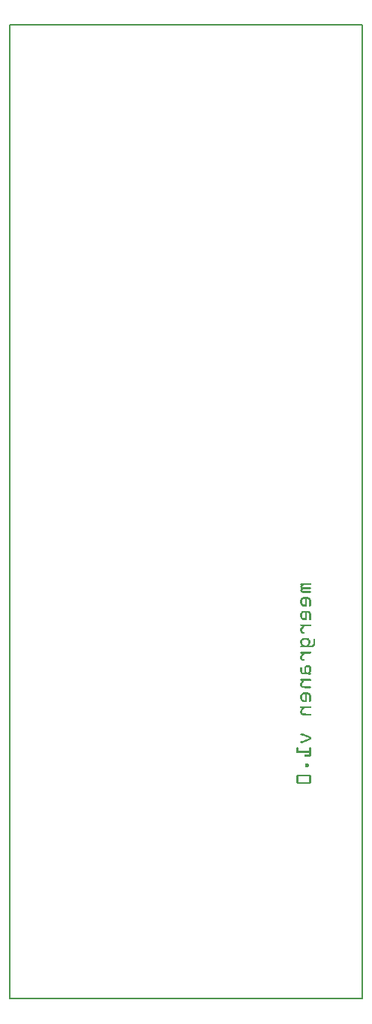
<source format=gbo>
G04 MADE WITH FRITZING*
G04 WWW.FRITZING.ORG*
G04 DOUBLE SIDED*
G04 HOLES PLATED*
G04 CONTOUR ON CENTER OF CONTOUR VECTOR*
%ASAXBY*%
%FSLAX23Y23*%
%MOIN*%
%OFA0B0*%
%SFA1.0B1.0*%
%ADD10R,1.574800X4.330720X1.558800X4.314720*%
%ADD11C,0.008000*%
%ADD12R,0.001000X0.001000*%
%LNSILK0*%
G90*
G70*
G54D11*
X4Y4327D02*
X1571Y4327D01*
X1571Y4D01*
X4Y4D01*
X4Y4327D01*
D02*
G54D12*
X1298Y1848D02*
X1340Y1848D01*
X1297Y1847D02*
X1342Y1847D01*
X1296Y1846D02*
X1342Y1846D01*
X1296Y1845D02*
X1343Y1845D01*
X1296Y1844D02*
X1343Y1844D01*
X1296Y1843D02*
X1342Y1843D01*
X1297Y1842D02*
X1342Y1842D01*
X1298Y1841D02*
X1341Y1841D01*
X1299Y1840D02*
X1309Y1840D01*
X1298Y1839D02*
X1308Y1839D01*
X1297Y1838D02*
X1307Y1838D01*
X1297Y1837D02*
X1306Y1837D01*
X1296Y1836D02*
X1305Y1836D01*
X1296Y1835D02*
X1304Y1835D01*
X1296Y1834D02*
X1304Y1834D01*
X1296Y1833D02*
X1304Y1833D01*
X1296Y1832D02*
X1304Y1832D01*
X1296Y1831D02*
X1340Y1831D01*
X1297Y1830D02*
X1341Y1830D01*
X1297Y1829D02*
X1342Y1829D01*
X1297Y1828D02*
X1342Y1828D01*
X1298Y1827D02*
X1343Y1827D01*
X1299Y1826D02*
X1342Y1826D01*
X1300Y1825D02*
X1342Y1825D01*
X1299Y1824D02*
X1341Y1824D01*
X1298Y1823D02*
X1339Y1823D01*
X1298Y1822D02*
X1308Y1822D01*
X1297Y1821D02*
X1307Y1821D01*
X1297Y1820D02*
X1306Y1820D01*
X1297Y1819D02*
X1305Y1819D01*
X1296Y1818D02*
X1304Y1818D01*
X1296Y1817D02*
X1304Y1817D01*
X1296Y1816D02*
X1304Y1816D01*
X1296Y1815D02*
X1314Y1815D01*
X1297Y1814D02*
X1339Y1814D01*
X1297Y1813D02*
X1341Y1813D01*
X1298Y1812D02*
X1342Y1812D01*
X1298Y1811D02*
X1342Y1811D01*
X1299Y1810D02*
X1343Y1810D01*
X1300Y1809D02*
X1342Y1809D01*
X1302Y1808D02*
X1342Y1808D01*
X1305Y1807D02*
X1341Y1807D01*
X1330Y1806D02*
X1340Y1806D01*
X1308Y1787D02*
X1331Y1787D01*
X1306Y1786D02*
X1333Y1786D01*
X1304Y1785D02*
X1335Y1785D01*
X1303Y1784D02*
X1336Y1784D01*
X1302Y1783D02*
X1337Y1783D01*
X1301Y1782D02*
X1338Y1782D01*
X1300Y1781D02*
X1339Y1781D01*
X1299Y1780D02*
X1340Y1780D01*
X1298Y1779D02*
X1340Y1779D01*
X1298Y1778D02*
X1308Y1778D01*
X1317Y1778D02*
X1325Y1778D01*
X1331Y1778D02*
X1341Y1778D01*
X1297Y1777D02*
X1307Y1777D01*
X1317Y1777D02*
X1325Y1777D01*
X1332Y1777D02*
X1341Y1777D01*
X1297Y1776D02*
X1306Y1776D01*
X1317Y1776D02*
X1325Y1776D01*
X1333Y1776D02*
X1342Y1776D01*
X1296Y1775D02*
X1305Y1775D01*
X1317Y1775D02*
X1325Y1775D01*
X1334Y1775D02*
X1342Y1775D01*
X1296Y1774D02*
X1304Y1774D01*
X1317Y1774D02*
X1325Y1774D01*
X1334Y1774D02*
X1342Y1774D01*
X1296Y1773D02*
X1304Y1773D01*
X1317Y1773D02*
X1325Y1773D01*
X1335Y1773D02*
X1343Y1773D01*
X1296Y1772D02*
X1304Y1772D01*
X1317Y1772D02*
X1325Y1772D01*
X1335Y1772D02*
X1343Y1772D01*
X1296Y1771D02*
X1303Y1771D01*
X1317Y1771D02*
X1325Y1771D01*
X1335Y1771D02*
X1343Y1771D01*
X1296Y1770D02*
X1303Y1770D01*
X1317Y1770D02*
X1325Y1770D01*
X1335Y1770D02*
X1343Y1770D01*
X1296Y1769D02*
X1303Y1769D01*
X1317Y1769D02*
X1325Y1769D01*
X1335Y1769D02*
X1343Y1769D01*
X1296Y1768D02*
X1303Y1768D01*
X1317Y1768D02*
X1325Y1768D01*
X1335Y1768D02*
X1343Y1768D01*
X1296Y1767D02*
X1303Y1767D01*
X1317Y1767D02*
X1325Y1767D01*
X1335Y1767D02*
X1343Y1767D01*
X1296Y1766D02*
X1303Y1766D01*
X1317Y1766D02*
X1325Y1766D01*
X1335Y1766D02*
X1343Y1766D01*
X1296Y1765D02*
X1303Y1765D01*
X1317Y1765D02*
X1325Y1765D01*
X1335Y1765D02*
X1343Y1765D01*
X1296Y1764D02*
X1303Y1764D01*
X1317Y1764D02*
X1325Y1764D01*
X1335Y1764D02*
X1343Y1764D01*
X1296Y1763D02*
X1303Y1763D01*
X1317Y1763D02*
X1325Y1763D01*
X1335Y1763D02*
X1343Y1763D01*
X1296Y1762D02*
X1303Y1762D01*
X1317Y1762D02*
X1325Y1762D01*
X1335Y1762D02*
X1343Y1762D01*
X1296Y1761D02*
X1304Y1761D01*
X1317Y1761D02*
X1325Y1761D01*
X1335Y1761D02*
X1343Y1761D01*
X1296Y1760D02*
X1304Y1760D01*
X1317Y1760D02*
X1325Y1760D01*
X1335Y1760D02*
X1343Y1760D01*
X1296Y1759D02*
X1304Y1759D01*
X1317Y1759D02*
X1325Y1759D01*
X1335Y1759D02*
X1343Y1759D01*
X1296Y1758D02*
X1305Y1758D01*
X1317Y1758D02*
X1325Y1758D01*
X1335Y1758D02*
X1343Y1758D01*
X1297Y1757D02*
X1306Y1757D01*
X1317Y1757D02*
X1325Y1757D01*
X1335Y1757D02*
X1343Y1757D01*
X1297Y1756D02*
X1307Y1756D01*
X1317Y1756D02*
X1325Y1756D01*
X1335Y1756D02*
X1343Y1756D01*
X1298Y1755D02*
X1308Y1755D01*
X1317Y1755D02*
X1325Y1755D01*
X1335Y1755D02*
X1343Y1755D01*
X1298Y1754D02*
X1325Y1754D01*
X1335Y1754D02*
X1343Y1754D01*
X1299Y1753D02*
X1325Y1753D01*
X1335Y1753D02*
X1343Y1753D01*
X1300Y1752D02*
X1325Y1752D01*
X1335Y1752D02*
X1343Y1752D01*
X1301Y1751D02*
X1325Y1751D01*
X1335Y1751D02*
X1343Y1751D01*
X1302Y1750D02*
X1325Y1750D01*
X1335Y1750D02*
X1343Y1750D01*
X1303Y1749D02*
X1325Y1749D01*
X1335Y1749D02*
X1342Y1749D01*
X1304Y1748D02*
X1324Y1748D01*
X1336Y1748D02*
X1342Y1748D01*
X1306Y1747D02*
X1324Y1747D01*
X1336Y1747D02*
X1341Y1747D01*
X1308Y1746D02*
X1322Y1746D01*
X1338Y1746D02*
X1340Y1746D01*
X1307Y1726D02*
X1332Y1726D01*
X1305Y1725D02*
X1334Y1725D01*
X1303Y1724D02*
X1335Y1724D01*
X1302Y1723D02*
X1336Y1723D01*
X1301Y1722D02*
X1337Y1722D01*
X1300Y1721D02*
X1338Y1721D01*
X1300Y1720D02*
X1339Y1720D01*
X1299Y1719D02*
X1340Y1719D01*
X1298Y1718D02*
X1309Y1718D01*
X1317Y1718D02*
X1325Y1718D01*
X1330Y1718D02*
X1341Y1718D01*
X1297Y1717D02*
X1307Y1717D01*
X1317Y1717D02*
X1325Y1717D01*
X1331Y1717D02*
X1341Y1717D01*
X1297Y1716D02*
X1306Y1716D01*
X1317Y1716D02*
X1325Y1716D01*
X1332Y1716D02*
X1342Y1716D01*
X1297Y1715D02*
X1305Y1715D01*
X1317Y1715D02*
X1325Y1715D01*
X1333Y1715D02*
X1342Y1715D01*
X1296Y1714D02*
X1305Y1714D01*
X1317Y1714D02*
X1325Y1714D01*
X1334Y1714D02*
X1342Y1714D01*
X1296Y1713D02*
X1304Y1713D01*
X1317Y1713D02*
X1325Y1713D01*
X1335Y1713D02*
X1342Y1713D01*
X1296Y1712D02*
X1304Y1712D01*
X1317Y1712D02*
X1325Y1712D01*
X1335Y1712D02*
X1343Y1712D01*
X1296Y1711D02*
X1303Y1711D01*
X1317Y1711D02*
X1325Y1711D01*
X1335Y1711D02*
X1343Y1711D01*
X1296Y1710D02*
X1303Y1710D01*
X1317Y1710D02*
X1325Y1710D01*
X1335Y1710D02*
X1343Y1710D01*
X1296Y1709D02*
X1303Y1709D01*
X1317Y1709D02*
X1325Y1709D01*
X1335Y1709D02*
X1343Y1709D01*
X1296Y1708D02*
X1303Y1708D01*
X1317Y1708D02*
X1325Y1708D01*
X1335Y1708D02*
X1343Y1708D01*
X1296Y1707D02*
X1303Y1707D01*
X1317Y1707D02*
X1325Y1707D01*
X1335Y1707D02*
X1343Y1707D01*
X1296Y1706D02*
X1303Y1706D01*
X1317Y1706D02*
X1325Y1706D01*
X1335Y1706D02*
X1343Y1706D01*
X1296Y1705D02*
X1303Y1705D01*
X1317Y1705D02*
X1325Y1705D01*
X1335Y1705D02*
X1343Y1705D01*
X1296Y1704D02*
X1303Y1704D01*
X1317Y1704D02*
X1325Y1704D01*
X1335Y1704D02*
X1343Y1704D01*
X1296Y1703D02*
X1303Y1703D01*
X1317Y1703D02*
X1325Y1703D01*
X1335Y1703D02*
X1343Y1703D01*
X1296Y1702D02*
X1303Y1702D01*
X1317Y1702D02*
X1325Y1702D01*
X1335Y1702D02*
X1343Y1702D01*
X1296Y1701D02*
X1303Y1701D01*
X1317Y1701D02*
X1325Y1701D01*
X1335Y1701D02*
X1343Y1701D01*
X1296Y1700D02*
X1304Y1700D01*
X1317Y1700D02*
X1325Y1700D01*
X1335Y1700D02*
X1343Y1700D01*
X1296Y1699D02*
X1304Y1699D01*
X1317Y1699D02*
X1325Y1699D01*
X1335Y1699D02*
X1343Y1699D01*
X1296Y1698D02*
X1304Y1698D01*
X1317Y1698D02*
X1325Y1698D01*
X1335Y1698D02*
X1343Y1698D01*
X1297Y1697D02*
X1305Y1697D01*
X1317Y1697D02*
X1325Y1697D01*
X1335Y1697D02*
X1343Y1697D01*
X1297Y1696D02*
X1306Y1696D01*
X1317Y1696D02*
X1325Y1696D01*
X1335Y1696D02*
X1343Y1696D01*
X1297Y1695D02*
X1307Y1695D01*
X1317Y1695D02*
X1325Y1695D01*
X1335Y1695D02*
X1343Y1695D01*
X1298Y1694D02*
X1308Y1694D01*
X1317Y1694D02*
X1325Y1694D01*
X1335Y1694D02*
X1343Y1694D01*
X1299Y1693D02*
X1325Y1693D01*
X1335Y1693D02*
X1343Y1693D01*
X1299Y1692D02*
X1325Y1692D01*
X1335Y1692D02*
X1343Y1692D01*
X1300Y1691D02*
X1325Y1691D01*
X1335Y1691D02*
X1343Y1691D01*
X1301Y1690D02*
X1325Y1690D01*
X1335Y1690D02*
X1343Y1690D01*
X1302Y1689D02*
X1325Y1689D01*
X1335Y1689D02*
X1343Y1689D01*
X1303Y1688D02*
X1325Y1688D01*
X1335Y1688D02*
X1342Y1688D01*
X1305Y1687D02*
X1324Y1687D01*
X1336Y1687D02*
X1342Y1687D01*
X1306Y1686D02*
X1323Y1686D01*
X1337Y1686D02*
X1341Y1686D01*
X1299Y1666D02*
X1339Y1666D01*
X1297Y1665D02*
X1341Y1665D01*
X1297Y1664D02*
X1342Y1664D01*
X1296Y1663D02*
X1342Y1663D01*
X1296Y1662D02*
X1343Y1662D01*
X1296Y1661D02*
X1342Y1661D01*
X1297Y1660D02*
X1342Y1660D01*
X1297Y1659D02*
X1341Y1659D01*
X1299Y1658D02*
X1340Y1658D01*
X1305Y1657D02*
X1315Y1657D01*
X1304Y1656D02*
X1314Y1656D01*
X1303Y1655D02*
X1313Y1655D01*
X1302Y1654D02*
X1312Y1654D01*
X1301Y1653D02*
X1311Y1653D01*
X1300Y1652D02*
X1311Y1652D01*
X1299Y1651D02*
X1310Y1651D01*
X1299Y1650D02*
X1309Y1650D01*
X1298Y1649D02*
X1308Y1649D01*
X1297Y1648D02*
X1307Y1648D01*
X1296Y1647D02*
X1306Y1647D01*
X1296Y1646D02*
X1305Y1646D01*
X1296Y1645D02*
X1304Y1645D01*
X1296Y1644D02*
X1304Y1644D01*
X1296Y1643D02*
X1303Y1643D01*
X1296Y1642D02*
X1303Y1642D01*
X1296Y1641D02*
X1303Y1641D01*
X1296Y1640D02*
X1303Y1640D01*
X1296Y1639D02*
X1303Y1639D01*
X1296Y1638D02*
X1303Y1638D01*
X1296Y1637D02*
X1304Y1637D01*
X1296Y1636D02*
X1304Y1636D01*
X1296Y1635D02*
X1304Y1635D01*
X1296Y1634D02*
X1305Y1634D01*
X1297Y1633D02*
X1307Y1633D01*
X1297Y1632D02*
X1312Y1632D01*
X1298Y1631D02*
X1313Y1631D01*
X1298Y1630D02*
X1314Y1630D01*
X1299Y1629D02*
X1314Y1629D01*
X1300Y1628D02*
X1314Y1628D01*
X1301Y1627D02*
X1314Y1627D01*
X1303Y1626D02*
X1313Y1626D01*
X1305Y1625D02*
X1312Y1625D01*
X1307Y1605D02*
X1328Y1605D01*
X1305Y1604D02*
X1330Y1604D01*
X1304Y1603D02*
X1332Y1603D01*
X1302Y1602D02*
X1333Y1602D01*
X1301Y1601D02*
X1334Y1601D01*
X1355Y1601D02*
X1358Y1601D01*
X1301Y1600D02*
X1334Y1600D01*
X1354Y1600D02*
X1359Y1600D01*
X1300Y1599D02*
X1335Y1599D01*
X1353Y1599D02*
X1360Y1599D01*
X1299Y1598D02*
X1336Y1598D01*
X1353Y1598D02*
X1360Y1598D01*
X1298Y1597D02*
X1309Y1597D01*
X1326Y1597D02*
X1337Y1597D01*
X1353Y1597D02*
X1360Y1597D01*
X1298Y1596D02*
X1307Y1596D01*
X1328Y1596D02*
X1337Y1596D01*
X1353Y1596D02*
X1360Y1596D01*
X1297Y1595D02*
X1306Y1595D01*
X1329Y1595D02*
X1338Y1595D01*
X1353Y1595D02*
X1360Y1595D01*
X1297Y1594D02*
X1305Y1594D01*
X1330Y1594D02*
X1338Y1594D01*
X1353Y1594D02*
X1360Y1594D01*
X1296Y1593D02*
X1305Y1593D01*
X1331Y1593D02*
X1339Y1593D01*
X1353Y1593D02*
X1360Y1593D01*
X1296Y1592D02*
X1304Y1592D01*
X1331Y1592D02*
X1339Y1592D01*
X1353Y1592D02*
X1360Y1592D01*
X1296Y1591D02*
X1304Y1591D01*
X1332Y1591D02*
X1339Y1591D01*
X1353Y1591D02*
X1360Y1591D01*
X1296Y1590D02*
X1303Y1590D01*
X1332Y1590D02*
X1339Y1590D01*
X1353Y1590D02*
X1360Y1590D01*
X1296Y1589D02*
X1303Y1589D01*
X1332Y1589D02*
X1339Y1589D01*
X1353Y1589D02*
X1360Y1589D01*
X1296Y1588D02*
X1303Y1588D01*
X1332Y1588D02*
X1339Y1588D01*
X1353Y1588D02*
X1360Y1588D01*
X1296Y1587D02*
X1303Y1587D01*
X1332Y1587D02*
X1339Y1587D01*
X1353Y1587D02*
X1360Y1587D01*
X1296Y1586D02*
X1303Y1586D01*
X1332Y1586D02*
X1339Y1586D01*
X1353Y1586D02*
X1360Y1586D01*
X1296Y1585D02*
X1303Y1585D01*
X1332Y1585D02*
X1339Y1585D01*
X1353Y1585D02*
X1360Y1585D01*
X1296Y1584D02*
X1303Y1584D01*
X1332Y1584D02*
X1339Y1584D01*
X1353Y1584D02*
X1360Y1584D01*
X1296Y1583D02*
X1304Y1583D01*
X1332Y1583D02*
X1339Y1583D01*
X1353Y1583D02*
X1360Y1583D01*
X1296Y1582D02*
X1304Y1582D01*
X1331Y1582D02*
X1339Y1582D01*
X1353Y1582D02*
X1360Y1582D01*
X1296Y1581D02*
X1305Y1581D01*
X1331Y1581D02*
X1339Y1581D01*
X1353Y1581D02*
X1360Y1581D01*
X1297Y1580D02*
X1305Y1580D01*
X1330Y1580D02*
X1338Y1580D01*
X1353Y1580D02*
X1360Y1580D01*
X1297Y1579D02*
X1306Y1579D01*
X1329Y1579D02*
X1338Y1579D01*
X1353Y1579D02*
X1360Y1579D01*
X1297Y1578D02*
X1307Y1578D01*
X1328Y1578D02*
X1338Y1578D01*
X1353Y1578D02*
X1360Y1578D01*
X1298Y1577D02*
X1308Y1577D01*
X1327Y1577D02*
X1337Y1577D01*
X1352Y1577D02*
X1360Y1577D01*
X1299Y1576D02*
X1309Y1576D01*
X1326Y1576D02*
X1336Y1576D01*
X1351Y1576D02*
X1360Y1576D01*
X1300Y1575D02*
X1310Y1575D01*
X1325Y1575D02*
X1336Y1575D01*
X1350Y1575D02*
X1360Y1575D01*
X1300Y1574D02*
X1311Y1574D01*
X1325Y1574D02*
X1335Y1574D01*
X1349Y1574D02*
X1359Y1574D01*
X1301Y1573D02*
X1312Y1573D01*
X1323Y1573D02*
X1334Y1573D01*
X1348Y1573D02*
X1359Y1573D01*
X1299Y1572D02*
X1358Y1572D01*
X1297Y1571D02*
X1357Y1571D01*
X1297Y1570D02*
X1356Y1570D01*
X1296Y1569D02*
X1355Y1569D01*
X1296Y1568D02*
X1354Y1568D01*
X1296Y1567D02*
X1353Y1567D01*
X1297Y1566D02*
X1352Y1566D01*
X1298Y1565D02*
X1350Y1565D01*
X1300Y1564D02*
X1347Y1564D01*
X1300Y1545D02*
X1338Y1545D01*
X1298Y1544D02*
X1341Y1544D01*
X1297Y1543D02*
X1342Y1543D01*
X1296Y1542D02*
X1342Y1542D01*
X1296Y1541D02*
X1343Y1541D01*
X1296Y1540D02*
X1342Y1540D01*
X1297Y1539D02*
X1342Y1539D01*
X1297Y1538D02*
X1341Y1538D01*
X1299Y1537D02*
X1340Y1537D01*
X1305Y1536D02*
X1315Y1536D01*
X1304Y1535D02*
X1314Y1535D01*
X1303Y1534D02*
X1313Y1534D01*
X1302Y1533D02*
X1312Y1533D01*
X1301Y1532D02*
X1312Y1532D01*
X1300Y1531D02*
X1311Y1531D01*
X1300Y1530D02*
X1310Y1530D01*
X1299Y1529D02*
X1309Y1529D01*
X1298Y1528D02*
X1308Y1528D01*
X1297Y1527D02*
X1307Y1527D01*
X1296Y1526D02*
X1306Y1526D01*
X1296Y1525D02*
X1306Y1525D01*
X1296Y1524D02*
X1305Y1524D01*
X1296Y1523D02*
X1304Y1523D01*
X1296Y1522D02*
X1303Y1522D01*
X1296Y1521D02*
X1303Y1521D01*
X1296Y1520D02*
X1303Y1520D01*
X1296Y1519D02*
X1303Y1519D01*
X1296Y1518D02*
X1303Y1518D01*
X1296Y1517D02*
X1303Y1517D01*
X1296Y1516D02*
X1303Y1516D01*
X1296Y1515D02*
X1304Y1515D01*
X1296Y1514D02*
X1304Y1514D01*
X1296Y1513D02*
X1305Y1513D01*
X1297Y1512D02*
X1306Y1512D01*
X1297Y1511D02*
X1312Y1511D01*
X1298Y1510D02*
X1313Y1510D01*
X1298Y1509D02*
X1314Y1509D01*
X1299Y1508D02*
X1314Y1508D01*
X1300Y1507D02*
X1314Y1507D01*
X1301Y1506D02*
X1314Y1506D01*
X1302Y1505D02*
X1313Y1505D01*
X1305Y1504D02*
X1312Y1504D01*
X1323Y1484D02*
X1333Y1484D01*
X1321Y1483D02*
X1336Y1483D01*
X1319Y1482D02*
X1337Y1482D01*
X1318Y1481D02*
X1339Y1481D01*
X1317Y1480D02*
X1340Y1480D01*
X1316Y1479D02*
X1340Y1479D01*
X1315Y1478D02*
X1341Y1478D01*
X1315Y1477D02*
X1342Y1477D01*
X1300Y1476D02*
X1300Y1476D01*
X1315Y1476D02*
X1342Y1476D01*
X1297Y1475D02*
X1302Y1475D01*
X1314Y1475D02*
X1323Y1475D01*
X1334Y1475D02*
X1342Y1475D01*
X1297Y1474D02*
X1303Y1474D01*
X1314Y1474D02*
X1322Y1474D01*
X1334Y1474D02*
X1342Y1474D01*
X1296Y1473D02*
X1303Y1473D01*
X1314Y1473D02*
X1321Y1473D01*
X1335Y1473D02*
X1343Y1473D01*
X1296Y1472D02*
X1303Y1472D01*
X1314Y1472D02*
X1321Y1472D01*
X1335Y1472D02*
X1343Y1472D01*
X1296Y1471D02*
X1303Y1471D01*
X1314Y1471D02*
X1321Y1471D01*
X1335Y1471D02*
X1343Y1471D01*
X1296Y1470D02*
X1303Y1470D01*
X1314Y1470D02*
X1321Y1470D01*
X1335Y1470D02*
X1343Y1470D01*
X1296Y1469D02*
X1303Y1469D01*
X1314Y1469D02*
X1321Y1469D01*
X1335Y1469D02*
X1343Y1469D01*
X1296Y1468D02*
X1303Y1468D01*
X1314Y1468D02*
X1321Y1468D01*
X1335Y1468D02*
X1343Y1468D01*
X1296Y1467D02*
X1303Y1467D01*
X1314Y1467D02*
X1321Y1467D01*
X1335Y1467D02*
X1343Y1467D01*
X1296Y1466D02*
X1303Y1466D01*
X1314Y1466D02*
X1321Y1466D01*
X1335Y1466D02*
X1343Y1466D01*
X1296Y1465D02*
X1303Y1465D01*
X1314Y1465D02*
X1321Y1465D01*
X1335Y1465D02*
X1343Y1465D01*
X1296Y1464D02*
X1303Y1464D01*
X1314Y1464D02*
X1321Y1464D01*
X1335Y1464D02*
X1343Y1464D01*
X1296Y1463D02*
X1303Y1463D01*
X1314Y1463D02*
X1321Y1463D01*
X1335Y1463D02*
X1343Y1463D01*
X1296Y1462D02*
X1303Y1462D01*
X1314Y1462D02*
X1321Y1462D01*
X1335Y1462D02*
X1343Y1462D01*
X1296Y1461D02*
X1303Y1461D01*
X1314Y1461D02*
X1321Y1461D01*
X1335Y1461D02*
X1343Y1461D01*
X1296Y1460D02*
X1303Y1460D01*
X1314Y1460D02*
X1321Y1460D01*
X1335Y1460D02*
X1343Y1460D01*
X1296Y1459D02*
X1303Y1459D01*
X1314Y1459D02*
X1321Y1459D01*
X1334Y1459D02*
X1343Y1459D01*
X1296Y1458D02*
X1303Y1458D01*
X1314Y1458D02*
X1321Y1458D01*
X1334Y1458D02*
X1342Y1458D01*
X1296Y1457D02*
X1303Y1457D01*
X1314Y1457D02*
X1321Y1457D01*
X1333Y1457D02*
X1342Y1457D01*
X1296Y1456D02*
X1304Y1456D01*
X1314Y1456D02*
X1321Y1456D01*
X1332Y1456D02*
X1341Y1456D01*
X1296Y1455D02*
X1304Y1455D01*
X1314Y1455D02*
X1321Y1455D01*
X1332Y1455D02*
X1341Y1455D01*
X1296Y1454D02*
X1304Y1454D01*
X1314Y1454D02*
X1322Y1454D01*
X1331Y1454D02*
X1340Y1454D01*
X1297Y1453D02*
X1305Y1453D01*
X1314Y1453D02*
X1323Y1453D01*
X1331Y1453D02*
X1339Y1453D01*
X1297Y1452D02*
X1324Y1452D01*
X1330Y1452D02*
X1339Y1452D01*
X1297Y1451D02*
X1339Y1451D01*
X1298Y1450D02*
X1341Y1450D01*
X1298Y1449D02*
X1342Y1449D01*
X1299Y1448D02*
X1342Y1448D01*
X1300Y1447D02*
X1343Y1447D01*
X1301Y1446D02*
X1342Y1446D01*
X1303Y1445D02*
X1342Y1445D01*
X1306Y1444D02*
X1341Y1444D01*
X1331Y1443D02*
X1340Y1443D01*
X1298Y1423D02*
X1341Y1423D01*
X1297Y1422D02*
X1342Y1422D01*
X1296Y1421D02*
X1342Y1421D01*
X1296Y1420D02*
X1343Y1420D01*
X1296Y1419D02*
X1342Y1419D01*
X1296Y1418D02*
X1342Y1418D01*
X1297Y1417D02*
X1342Y1417D01*
X1298Y1416D02*
X1340Y1416D01*
X1303Y1415D02*
X1312Y1415D01*
X1302Y1414D02*
X1311Y1414D01*
X1302Y1413D02*
X1311Y1413D01*
X1301Y1412D02*
X1310Y1412D01*
X1300Y1411D02*
X1309Y1411D01*
X1300Y1410D02*
X1309Y1410D01*
X1299Y1409D02*
X1308Y1409D01*
X1298Y1408D02*
X1308Y1408D01*
X1298Y1407D02*
X1307Y1407D01*
X1297Y1406D02*
X1306Y1406D01*
X1297Y1405D02*
X1306Y1405D01*
X1297Y1404D02*
X1305Y1404D01*
X1296Y1403D02*
X1304Y1403D01*
X1296Y1402D02*
X1304Y1402D01*
X1296Y1401D02*
X1303Y1401D01*
X1296Y1400D02*
X1303Y1400D01*
X1296Y1399D02*
X1303Y1399D01*
X1296Y1398D02*
X1303Y1398D01*
X1296Y1397D02*
X1303Y1397D01*
X1296Y1396D02*
X1303Y1396D01*
X1296Y1395D02*
X1304Y1395D01*
X1296Y1394D02*
X1304Y1394D01*
X1296Y1393D02*
X1305Y1393D01*
X1297Y1392D02*
X1306Y1392D01*
X1297Y1391D02*
X1326Y1391D01*
X1297Y1390D02*
X1340Y1390D01*
X1298Y1389D02*
X1342Y1389D01*
X1299Y1388D02*
X1342Y1388D01*
X1300Y1387D02*
X1342Y1387D01*
X1301Y1386D02*
X1343Y1386D01*
X1302Y1385D02*
X1342Y1385D01*
X1304Y1384D02*
X1342Y1384D01*
X1314Y1383D02*
X1341Y1383D01*
X1309Y1363D02*
X1330Y1363D01*
X1306Y1362D02*
X1333Y1362D01*
X1304Y1361D02*
X1335Y1361D01*
X1303Y1360D02*
X1336Y1360D01*
X1302Y1359D02*
X1337Y1359D01*
X1301Y1358D02*
X1338Y1358D01*
X1300Y1357D02*
X1339Y1357D01*
X1299Y1356D02*
X1340Y1356D01*
X1298Y1355D02*
X1340Y1355D01*
X1298Y1354D02*
X1308Y1354D01*
X1317Y1354D02*
X1325Y1354D01*
X1331Y1354D02*
X1341Y1354D01*
X1297Y1353D02*
X1307Y1353D01*
X1317Y1353D02*
X1325Y1353D01*
X1332Y1353D02*
X1341Y1353D01*
X1297Y1352D02*
X1306Y1352D01*
X1317Y1352D02*
X1325Y1352D01*
X1333Y1352D02*
X1342Y1352D01*
X1297Y1351D02*
X1305Y1351D01*
X1317Y1351D02*
X1325Y1351D01*
X1334Y1351D02*
X1342Y1351D01*
X1296Y1350D02*
X1304Y1350D01*
X1317Y1350D02*
X1325Y1350D01*
X1334Y1350D02*
X1342Y1350D01*
X1296Y1349D02*
X1304Y1349D01*
X1317Y1349D02*
X1325Y1349D01*
X1335Y1349D02*
X1343Y1349D01*
X1296Y1348D02*
X1304Y1348D01*
X1317Y1348D02*
X1325Y1348D01*
X1335Y1348D02*
X1343Y1348D01*
X1296Y1347D02*
X1303Y1347D01*
X1317Y1347D02*
X1325Y1347D01*
X1335Y1347D02*
X1343Y1347D01*
X1296Y1346D02*
X1303Y1346D01*
X1317Y1346D02*
X1325Y1346D01*
X1335Y1346D02*
X1343Y1346D01*
X1296Y1345D02*
X1303Y1345D01*
X1317Y1345D02*
X1325Y1345D01*
X1335Y1345D02*
X1343Y1345D01*
X1296Y1344D02*
X1303Y1344D01*
X1317Y1344D02*
X1325Y1344D01*
X1335Y1344D02*
X1343Y1344D01*
X1296Y1343D02*
X1303Y1343D01*
X1317Y1343D02*
X1325Y1343D01*
X1335Y1343D02*
X1343Y1343D01*
X1296Y1342D02*
X1303Y1342D01*
X1317Y1342D02*
X1325Y1342D01*
X1335Y1342D02*
X1343Y1342D01*
X1296Y1341D02*
X1303Y1341D01*
X1317Y1341D02*
X1325Y1341D01*
X1335Y1341D02*
X1343Y1341D01*
X1296Y1340D02*
X1303Y1340D01*
X1317Y1340D02*
X1325Y1340D01*
X1335Y1340D02*
X1343Y1340D01*
X1296Y1339D02*
X1303Y1339D01*
X1317Y1339D02*
X1325Y1339D01*
X1335Y1339D02*
X1343Y1339D01*
X1296Y1338D02*
X1303Y1338D01*
X1317Y1338D02*
X1325Y1338D01*
X1335Y1338D02*
X1343Y1338D01*
X1296Y1337D02*
X1304Y1337D01*
X1317Y1337D02*
X1325Y1337D01*
X1335Y1337D02*
X1343Y1337D01*
X1296Y1336D02*
X1304Y1336D01*
X1317Y1336D02*
X1325Y1336D01*
X1335Y1336D02*
X1343Y1336D01*
X1296Y1335D02*
X1304Y1335D01*
X1317Y1335D02*
X1325Y1335D01*
X1335Y1335D02*
X1343Y1335D01*
X1296Y1334D02*
X1305Y1334D01*
X1317Y1334D02*
X1325Y1334D01*
X1335Y1334D02*
X1343Y1334D01*
X1297Y1333D02*
X1305Y1333D01*
X1317Y1333D02*
X1325Y1333D01*
X1335Y1333D02*
X1343Y1333D01*
X1297Y1332D02*
X1306Y1332D01*
X1317Y1332D02*
X1325Y1332D01*
X1335Y1332D02*
X1343Y1332D01*
X1298Y1331D02*
X1308Y1331D01*
X1317Y1331D02*
X1325Y1331D01*
X1335Y1331D02*
X1343Y1331D01*
X1298Y1330D02*
X1310Y1330D01*
X1317Y1330D02*
X1325Y1330D01*
X1335Y1330D02*
X1343Y1330D01*
X1299Y1329D02*
X1325Y1329D01*
X1335Y1329D02*
X1343Y1329D01*
X1300Y1328D02*
X1325Y1328D01*
X1335Y1328D02*
X1343Y1328D01*
X1301Y1327D02*
X1325Y1327D01*
X1335Y1327D02*
X1343Y1327D01*
X1302Y1326D02*
X1325Y1326D01*
X1335Y1326D02*
X1343Y1326D01*
X1303Y1325D02*
X1325Y1325D01*
X1335Y1325D02*
X1342Y1325D01*
X1304Y1324D02*
X1324Y1324D01*
X1336Y1324D02*
X1342Y1324D01*
X1305Y1323D02*
X1324Y1323D01*
X1336Y1323D02*
X1341Y1323D01*
X1308Y1322D02*
X1322Y1322D01*
X1338Y1322D02*
X1340Y1322D01*
X1298Y1302D02*
X1340Y1302D01*
X1297Y1301D02*
X1342Y1301D01*
X1296Y1300D02*
X1342Y1300D01*
X1296Y1299D02*
X1343Y1299D01*
X1296Y1298D02*
X1343Y1298D01*
X1296Y1297D02*
X1342Y1297D01*
X1297Y1296D02*
X1342Y1296D01*
X1298Y1295D02*
X1341Y1295D01*
X1303Y1294D02*
X1312Y1294D01*
X1302Y1293D02*
X1312Y1293D01*
X1302Y1292D02*
X1311Y1292D01*
X1301Y1291D02*
X1310Y1291D01*
X1300Y1290D02*
X1310Y1290D01*
X1300Y1289D02*
X1309Y1289D01*
X1299Y1288D02*
X1308Y1288D01*
X1299Y1287D02*
X1308Y1287D01*
X1298Y1286D02*
X1307Y1286D01*
X1297Y1285D02*
X1306Y1285D01*
X1297Y1284D02*
X1306Y1284D01*
X1297Y1283D02*
X1305Y1283D01*
X1296Y1282D02*
X1304Y1282D01*
X1296Y1281D02*
X1304Y1281D01*
X1296Y1280D02*
X1303Y1280D01*
X1296Y1279D02*
X1303Y1279D01*
X1296Y1278D02*
X1303Y1278D01*
X1296Y1277D02*
X1303Y1277D01*
X1296Y1276D02*
X1303Y1276D01*
X1296Y1275D02*
X1303Y1275D01*
X1296Y1274D02*
X1304Y1274D01*
X1296Y1273D02*
X1304Y1273D01*
X1296Y1272D02*
X1305Y1272D01*
X1297Y1271D02*
X1306Y1271D01*
X1297Y1270D02*
X1321Y1270D01*
X1297Y1269D02*
X1340Y1269D01*
X1298Y1268D02*
X1341Y1268D01*
X1299Y1267D02*
X1342Y1267D01*
X1299Y1266D02*
X1342Y1266D01*
X1301Y1265D02*
X1343Y1265D01*
X1302Y1264D02*
X1342Y1264D01*
X1304Y1263D02*
X1342Y1263D01*
X1308Y1262D02*
X1341Y1262D01*
X1298Y1181D02*
X1308Y1181D01*
X1297Y1180D02*
X1311Y1180D01*
X1296Y1179D02*
X1313Y1179D01*
X1296Y1178D02*
X1315Y1178D01*
X1296Y1177D02*
X1318Y1177D01*
X1296Y1176D02*
X1320Y1176D01*
X1297Y1175D02*
X1322Y1175D01*
X1298Y1174D02*
X1324Y1174D01*
X1301Y1173D02*
X1327Y1173D01*
X1309Y1172D02*
X1329Y1172D01*
X1311Y1171D02*
X1331Y1171D01*
X1313Y1170D02*
X1334Y1170D01*
X1316Y1169D02*
X1336Y1169D01*
X1318Y1168D02*
X1338Y1168D01*
X1320Y1167D02*
X1340Y1167D01*
X1323Y1166D02*
X1342Y1166D01*
X1325Y1165D02*
X1342Y1165D01*
X1327Y1164D02*
X1343Y1164D01*
X1330Y1163D02*
X1343Y1163D01*
X1332Y1162D02*
X1343Y1162D01*
X1334Y1161D02*
X1343Y1161D01*
X1333Y1160D02*
X1343Y1160D01*
X1331Y1159D02*
X1343Y1159D01*
X1329Y1158D02*
X1343Y1158D01*
X1327Y1157D02*
X1342Y1157D01*
X1324Y1156D02*
X1342Y1156D01*
X1322Y1155D02*
X1341Y1155D01*
X1320Y1154D02*
X1340Y1154D01*
X1317Y1153D02*
X1337Y1153D01*
X1315Y1152D02*
X1335Y1152D01*
X1313Y1151D02*
X1333Y1151D01*
X1311Y1150D02*
X1331Y1150D01*
X1308Y1149D02*
X1328Y1149D01*
X1299Y1148D02*
X1326Y1148D01*
X1297Y1147D02*
X1324Y1147D01*
X1297Y1146D02*
X1321Y1146D01*
X1296Y1145D02*
X1319Y1145D01*
X1296Y1144D02*
X1317Y1144D01*
X1296Y1143D02*
X1315Y1143D01*
X1297Y1142D02*
X1312Y1142D01*
X1297Y1141D02*
X1310Y1141D01*
X1299Y1140D02*
X1307Y1140D01*
X1280Y1120D02*
X1284Y1120D01*
X1337Y1120D02*
X1341Y1120D01*
X1279Y1119D02*
X1285Y1119D01*
X1336Y1119D02*
X1342Y1119D01*
X1279Y1118D02*
X1285Y1118D01*
X1335Y1118D02*
X1342Y1118D01*
X1278Y1117D02*
X1286Y1117D01*
X1335Y1117D02*
X1343Y1117D01*
X1278Y1116D02*
X1286Y1116D01*
X1335Y1116D02*
X1343Y1116D01*
X1278Y1115D02*
X1286Y1115D01*
X1335Y1115D02*
X1343Y1115D01*
X1278Y1114D02*
X1286Y1114D01*
X1335Y1114D02*
X1343Y1114D01*
X1278Y1113D02*
X1286Y1113D01*
X1335Y1113D02*
X1343Y1113D01*
X1278Y1112D02*
X1286Y1112D01*
X1335Y1112D02*
X1343Y1112D01*
X1278Y1111D02*
X1286Y1111D01*
X1335Y1111D02*
X1343Y1111D01*
X1278Y1110D02*
X1286Y1110D01*
X1335Y1110D02*
X1343Y1110D01*
X1278Y1109D02*
X1286Y1109D01*
X1335Y1109D02*
X1343Y1109D01*
X1278Y1108D02*
X1286Y1108D01*
X1335Y1108D02*
X1343Y1108D01*
X1278Y1107D02*
X1286Y1107D01*
X1335Y1107D02*
X1343Y1107D01*
X1278Y1106D02*
X1286Y1106D01*
X1335Y1106D02*
X1343Y1106D01*
X1278Y1105D02*
X1286Y1105D01*
X1335Y1105D02*
X1343Y1105D01*
X1278Y1104D02*
X1343Y1104D01*
X1278Y1103D02*
X1343Y1103D01*
X1278Y1102D02*
X1343Y1102D01*
X1278Y1101D02*
X1343Y1101D01*
X1278Y1100D02*
X1343Y1100D01*
X1278Y1099D02*
X1343Y1099D01*
X1278Y1098D02*
X1343Y1098D01*
X1278Y1097D02*
X1343Y1097D01*
X1278Y1096D02*
X1343Y1096D01*
X1335Y1095D02*
X1343Y1095D01*
X1335Y1094D02*
X1343Y1094D01*
X1335Y1093D02*
X1343Y1093D01*
X1335Y1092D02*
X1343Y1092D01*
X1335Y1091D02*
X1343Y1091D01*
X1335Y1090D02*
X1343Y1090D01*
X1335Y1089D02*
X1343Y1089D01*
X1335Y1088D02*
X1343Y1088D01*
X1316Y1087D02*
X1343Y1087D01*
X1315Y1086D02*
X1343Y1086D01*
X1314Y1085D02*
X1343Y1085D01*
X1314Y1084D02*
X1343Y1084D01*
X1314Y1083D02*
X1343Y1083D01*
X1314Y1082D02*
X1342Y1082D01*
X1315Y1081D02*
X1342Y1081D01*
X1316Y1080D02*
X1341Y1080D01*
X1319Y1047D02*
X1330Y1047D01*
X1318Y1046D02*
X1331Y1046D01*
X1318Y1045D02*
X1332Y1045D01*
X1317Y1044D02*
X1332Y1044D01*
X1317Y1043D02*
X1332Y1043D01*
X1317Y1042D02*
X1332Y1042D01*
X1317Y1041D02*
X1332Y1041D01*
X1317Y1040D02*
X1332Y1040D01*
X1317Y1039D02*
X1332Y1039D01*
X1317Y1038D02*
X1332Y1038D01*
X1317Y1037D02*
X1332Y1037D01*
X1317Y1036D02*
X1332Y1036D01*
X1317Y1035D02*
X1332Y1035D01*
X1318Y1034D02*
X1332Y1034D01*
X1318Y1033D02*
X1331Y1033D01*
X1319Y1032D02*
X1330Y1032D01*
X1283Y999D02*
X1337Y999D01*
X1282Y998D02*
X1339Y998D01*
X1281Y997D02*
X1340Y997D01*
X1280Y996D02*
X1341Y996D01*
X1279Y995D02*
X1342Y995D01*
X1279Y994D02*
X1342Y994D01*
X1278Y993D02*
X1342Y993D01*
X1278Y992D02*
X1343Y992D01*
X1278Y991D02*
X1286Y991D01*
X1335Y991D02*
X1343Y991D01*
X1278Y990D02*
X1286Y990D01*
X1335Y990D02*
X1343Y990D01*
X1278Y989D02*
X1286Y989D01*
X1335Y989D02*
X1343Y989D01*
X1278Y988D02*
X1286Y988D01*
X1335Y988D02*
X1343Y988D01*
X1278Y987D02*
X1286Y987D01*
X1335Y987D02*
X1343Y987D01*
X1278Y986D02*
X1286Y986D01*
X1335Y986D02*
X1343Y986D01*
X1278Y985D02*
X1286Y985D01*
X1335Y985D02*
X1343Y985D01*
X1278Y984D02*
X1286Y984D01*
X1335Y984D02*
X1343Y984D01*
X1278Y983D02*
X1286Y983D01*
X1335Y983D02*
X1343Y983D01*
X1278Y982D02*
X1286Y982D01*
X1335Y982D02*
X1343Y982D01*
X1278Y981D02*
X1286Y981D01*
X1335Y981D02*
X1343Y981D01*
X1278Y980D02*
X1286Y980D01*
X1335Y980D02*
X1343Y980D01*
X1278Y979D02*
X1286Y979D01*
X1335Y979D02*
X1343Y979D01*
X1278Y978D02*
X1286Y978D01*
X1335Y978D02*
X1343Y978D01*
X1278Y977D02*
X1286Y977D01*
X1335Y977D02*
X1343Y977D01*
X1278Y976D02*
X1286Y976D01*
X1335Y976D02*
X1343Y976D01*
X1278Y975D02*
X1286Y975D01*
X1335Y975D02*
X1343Y975D01*
X1278Y974D02*
X1286Y974D01*
X1335Y974D02*
X1343Y974D01*
X1278Y973D02*
X1286Y973D01*
X1335Y973D02*
X1343Y973D01*
X1278Y972D02*
X1286Y972D01*
X1335Y972D02*
X1343Y972D01*
X1278Y971D02*
X1286Y971D01*
X1335Y971D02*
X1343Y971D01*
X1278Y970D02*
X1286Y970D01*
X1335Y970D02*
X1343Y970D01*
X1278Y969D02*
X1286Y969D01*
X1335Y969D02*
X1343Y969D01*
X1278Y968D02*
X1286Y968D01*
X1335Y968D02*
X1343Y968D01*
X1278Y967D02*
X1286Y967D01*
X1335Y967D02*
X1343Y967D01*
X1278Y966D02*
X1343Y966D01*
X1278Y965D02*
X1342Y965D01*
X1279Y964D02*
X1342Y964D01*
X1279Y963D02*
X1342Y963D01*
X1280Y962D02*
X1341Y962D01*
X1280Y961D02*
X1341Y961D01*
X1281Y960D02*
X1339Y960D01*
X1283Y959D02*
X1338Y959D01*
X1286Y958D02*
X1335Y958D01*
D02*
G04 End of Silk0*
M02*
</source>
